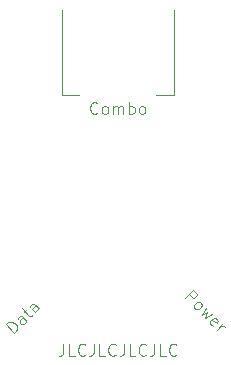
<source format=gbr>
%TF.GenerationSoftware,KiCad,Pcbnew,9.0.4*%
%TF.CreationDate,2025-08-24T11:28:45-04:00*%
%TF.ProjectId,usbc-data-splitter,75736263-2d64-4617-9461-2d73706c6974,rev?*%
%TF.SameCoordinates,Original*%
%TF.FileFunction,Legend,Top*%
%TF.FilePolarity,Positive*%
%FSLAX46Y46*%
G04 Gerber Fmt 4.6, Leading zero omitted, Abs format (unit mm)*
G04 Created by KiCad (PCBNEW 9.0.4) date 2025-08-24 11:28:45*
%MOMM*%
%LPD*%
G01*
G04 APERTURE LIST*
G04 Aperture macros list*
%AMHorizOval*
0 Thick line with rounded ends*
0 $1 width*
0 $2 $3 position (X,Y) of the first rounded end (center of the circle)*
0 $4 $5 position (X,Y) of the second rounded end (center of the circle)*
0 Add line between two ends*
20,1,$1,$2,$3,$4,$5,0*
0 Add two circle primitives to create the rounded ends*
1,1,$1,$2,$3*
1,1,$1,$4,$5*%
G04 Aperture macros list end*
%ADD10C,0.100000*%
%ADD11C,0.120000*%
%ADD12C,0.650000*%
%ADD13O,0.950000X0.650000*%
%ADD14R,0.300000X0.700000*%
%ADD15O,0.800000X1.400000*%
%ADD16HorizOval,0.650000X-0.106066X0.106066X0.106066X-0.106066X0*%
%ADD17HorizOval,0.800000X0.212132X0.212132X-0.212132X-0.212132X0*%
%ADD18HorizOval,0.650000X-0.106066X-0.106066X0.106066X0.106066X0*%
%ADD19HorizOval,0.800000X-0.212132X0.212132X0.212132X-0.212132X0*%
G04 APERTURE END LIST*
D10*
X125325312Y-95552180D02*
X125277693Y-95599800D01*
X125277693Y-95599800D02*
X125134836Y-95647419D01*
X125134836Y-95647419D02*
X125039598Y-95647419D01*
X125039598Y-95647419D02*
X124896741Y-95599800D01*
X124896741Y-95599800D02*
X124801503Y-95504561D01*
X124801503Y-95504561D02*
X124753884Y-95409323D01*
X124753884Y-95409323D02*
X124706265Y-95218847D01*
X124706265Y-95218847D02*
X124706265Y-95075990D01*
X124706265Y-95075990D02*
X124753884Y-94885514D01*
X124753884Y-94885514D02*
X124801503Y-94790276D01*
X124801503Y-94790276D02*
X124896741Y-94695038D01*
X124896741Y-94695038D02*
X125039598Y-94647419D01*
X125039598Y-94647419D02*
X125134836Y-94647419D01*
X125134836Y-94647419D02*
X125277693Y-94695038D01*
X125277693Y-94695038D02*
X125325312Y-94742657D01*
X125896741Y-95647419D02*
X125801503Y-95599800D01*
X125801503Y-95599800D02*
X125753884Y-95552180D01*
X125753884Y-95552180D02*
X125706265Y-95456942D01*
X125706265Y-95456942D02*
X125706265Y-95171228D01*
X125706265Y-95171228D02*
X125753884Y-95075990D01*
X125753884Y-95075990D02*
X125801503Y-95028371D01*
X125801503Y-95028371D02*
X125896741Y-94980752D01*
X125896741Y-94980752D02*
X126039598Y-94980752D01*
X126039598Y-94980752D02*
X126134836Y-95028371D01*
X126134836Y-95028371D02*
X126182455Y-95075990D01*
X126182455Y-95075990D02*
X126230074Y-95171228D01*
X126230074Y-95171228D02*
X126230074Y-95456942D01*
X126230074Y-95456942D02*
X126182455Y-95552180D01*
X126182455Y-95552180D02*
X126134836Y-95599800D01*
X126134836Y-95599800D02*
X126039598Y-95647419D01*
X126039598Y-95647419D02*
X125896741Y-95647419D01*
X126658646Y-95647419D02*
X126658646Y-94980752D01*
X126658646Y-95075990D02*
X126706265Y-95028371D01*
X126706265Y-95028371D02*
X126801503Y-94980752D01*
X126801503Y-94980752D02*
X126944360Y-94980752D01*
X126944360Y-94980752D02*
X127039598Y-95028371D01*
X127039598Y-95028371D02*
X127087217Y-95123609D01*
X127087217Y-95123609D02*
X127087217Y-95647419D01*
X127087217Y-95123609D02*
X127134836Y-95028371D01*
X127134836Y-95028371D02*
X127230074Y-94980752D01*
X127230074Y-94980752D02*
X127372931Y-94980752D01*
X127372931Y-94980752D02*
X127468170Y-95028371D01*
X127468170Y-95028371D02*
X127515789Y-95123609D01*
X127515789Y-95123609D02*
X127515789Y-95647419D01*
X127991979Y-95647419D02*
X127991979Y-94647419D01*
X127991979Y-95028371D02*
X128087217Y-94980752D01*
X128087217Y-94980752D02*
X128277693Y-94980752D01*
X128277693Y-94980752D02*
X128372931Y-95028371D01*
X128372931Y-95028371D02*
X128420550Y-95075990D01*
X128420550Y-95075990D02*
X128468169Y-95171228D01*
X128468169Y-95171228D02*
X128468169Y-95456942D01*
X128468169Y-95456942D02*
X128420550Y-95552180D01*
X128420550Y-95552180D02*
X128372931Y-95599800D01*
X128372931Y-95599800D02*
X128277693Y-95647419D01*
X128277693Y-95647419D02*
X128087217Y-95647419D01*
X128087217Y-95647419D02*
X127991979Y-95599800D01*
X129039598Y-95647419D02*
X128944360Y-95599800D01*
X128944360Y-95599800D02*
X128896741Y-95552180D01*
X128896741Y-95552180D02*
X128849122Y-95456942D01*
X128849122Y-95456942D02*
X128849122Y-95171228D01*
X128849122Y-95171228D02*
X128896741Y-95075990D01*
X128896741Y-95075990D02*
X128944360Y-95028371D01*
X128944360Y-95028371D02*
X129039598Y-94980752D01*
X129039598Y-94980752D02*
X129182455Y-94980752D01*
X129182455Y-94980752D02*
X129277693Y-95028371D01*
X129277693Y-95028371D02*
X129325312Y-95075990D01*
X129325312Y-95075990D02*
X129372931Y-95171228D01*
X129372931Y-95171228D02*
X129372931Y-95456942D01*
X129372931Y-95456942D02*
X129325312Y-95552180D01*
X129325312Y-95552180D02*
X129277693Y-95599800D01*
X129277693Y-95599800D02*
X129182455Y-95647419D01*
X129182455Y-95647419D02*
X129039598Y-95647419D01*
X122439598Y-115122419D02*
X122439598Y-115836704D01*
X122439598Y-115836704D02*
X122391979Y-115979561D01*
X122391979Y-115979561D02*
X122296741Y-116074800D01*
X122296741Y-116074800D02*
X122153884Y-116122419D01*
X122153884Y-116122419D02*
X122058646Y-116122419D01*
X123391979Y-116122419D02*
X122915789Y-116122419D01*
X122915789Y-116122419D02*
X122915789Y-115122419D01*
X124296741Y-116027180D02*
X124249122Y-116074800D01*
X124249122Y-116074800D02*
X124106265Y-116122419D01*
X124106265Y-116122419D02*
X124011027Y-116122419D01*
X124011027Y-116122419D02*
X123868170Y-116074800D01*
X123868170Y-116074800D02*
X123772932Y-115979561D01*
X123772932Y-115979561D02*
X123725313Y-115884323D01*
X123725313Y-115884323D02*
X123677694Y-115693847D01*
X123677694Y-115693847D02*
X123677694Y-115550990D01*
X123677694Y-115550990D02*
X123725313Y-115360514D01*
X123725313Y-115360514D02*
X123772932Y-115265276D01*
X123772932Y-115265276D02*
X123868170Y-115170038D01*
X123868170Y-115170038D02*
X124011027Y-115122419D01*
X124011027Y-115122419D02*
X124106265Y-115122419D01*
X124106265Y-115122419D02*
X124249122Y-115170038D01*
X124249122Y-115170038D02*
X124296741Y-115217657D01*
X125011027Y-115122419D02*
X125011027Y-115836704D01*
X125011027Y-115836704D02*
X124963408Y-115979561D01*
X124963408Y-115979561D02*
X124868170Y-116074800D01*
X124868170Y-116074800D02*
X124725313Y-116122419D01*
X124725313Y-116122419D02*
X124630075Y-116122419D01*
X125963408Y-116122419D02*
X125487218Y-116122419D01*
X125487218Y-116122419D02*
X125487218Y-115122419D01*
X126868170Y-116027180D02*
X126820551Y-116074800D01*
X126820551Y-116074800D02*
X126677694Y-116122419D01*
X126677694Y-116122419D02*
X126582456Y-116122419D01*
X126582456Y-116122419D02*
X126439599Y-116074800D01*
X126439599Y-116074800D02*
X126344361Y-115979561D01*
X126344361Y-115979561D02*
X126296742Y-115884323D01*
X126296742Y-115884323D02*
X126249123Y-115693847D01*
X126249123Y-115693847D02*
X126249123Y-115550990D01*
X126249123Y-115550990D02*
X126296742Y-115360514D01*
X126296742Y-115360514D02*
X126344361Y-115265276D01*
X126344361Y-115265276D02*
X126439599Y-115170038D01*
X126439599Y-115170038D02*
X126582456Y-115122419D01*
X126582456Y-115122419D02*
X126677694Y-115122419D01*
X126677694Y-115122419D02*
X126820551Y-115170038D01*
X126820551Y-115170038D02*
X126868170Y-115217657D01*
X127582456Y-115122419D02*
X127582456Y-115836704D01*
X127582456Y-115836704D02*
X127534837Y-115979561D01*
X127534837Y-115979561D02*
X127439599Y-116074800D01*
X127439599Y-116074800D02*
X127296742Y-116122419D01*
X127296742Y-116122419D02*
X127201504Y-116122419D01*
X128534837Y-116122419D02*
X128058647Y-116122419D01*
X128058647Y-116122419D02*
X128058647Y-115122419D01*
X129439599Y-116027180D02*
X129391980Y-116074800D01*
X129391980Y-116074800D02*
X129249123Y-116122419D01*
X129249123Y-116122419D02*
X129153885Y-116122419D01*
X129153885Y-116122419D02*
X129011028Y-116074800D01*
X129011028Y-116074800D02*
X128915790Y-115979561D01*
X128915790Y-115979561D02*
X128868171Y-115884323D01*
X128868171Y-115884323D02*
X128820552Y-115693847D01*
X128820552Y-115693847D02*
X128820552Y-115550990D01*
X128820552Y-115550990D02*
X128868171Y-115360514D01*
X128868171Y-115360514D02*
X128915790Y-115265276D01*
X128915790Y-115265276D02*
X129011028Y-115170038D01*
X129011028Y-115170038D02*
X129153885Y-115122419D01*
X129153885Y-115122419D02*
X129249123Y-115122419D01*
X129249123Y-115122419D02*
X129391980Y-115170038D01*
X129391980Y-115170038D02*
X129439599Y-115217657D01*
X130153885Y-115122419D02*
X130153885Y-115836704D01*
X130153885Y-115836704D02*
X130106266Y-115979561D01*
X130106266Y-115979561D02*
X130011028Y-116074800D01*
X130011028Y-116074800D02*
X129868171Y-116122419D01*
X129868171Y-116122419D02*
X129772933Y-116122419D01*
X131106266Y-116122419D02*
X130630076Y-116122419D01*
X130630076Y-116122419D02*
X130630076Y-115122419D01*
X132011028Y-116027180D02*
X131963409Y-116074800D01*
X131963409Y-116074800D02*
X131820552Y-116122419D01*
X131820552Y-116122419D02*
X131725314Y-116122419D01*
X131725314Y-116122419D02*
X131582457Y-116074800D01*
X131582457Y-116074800D02*
X131487219Y-115979561D01*
X131487219Y-115979561D02*
X131439600Y-115884323D01*
X131439600Y-115884323D02*
X131391981Y-115693847D01*
X131391981Y-115693847D02*
X131391981Y-115550990D01*
X131391981Y-115550990D02*
X131439600Y-115360514D01*
X131439600Y-115360514D02*
X131487219Y-115265276D01*
X131487219Y-115265276D02*
X131582457Y-115170038D01*
X131582457Y-115170038D02*
X131725314Y-115122419D01*
X131725314Y-115122419D02*
X131820552Y-115122419D01*
X131820552Y-115122419D02*
X131963409Y-115170038D01*
X131963409Y-115170038D02*
X132011028Y-115217657D01*
X132730091Y-111249665D02*
X133437198Y-110542558D01*
X133437198Y-110542558D02*
X133706572Y-110811932D01*
X133706572Y-110811932D02*
X133740244Y-110912947D01*
X133740244Y-110912947D02*
X133740244Y-110980291D01*
X133740244Y-110980291D02*
X133706572Y-111081306D01*
X133706572Y-111081306D02*
X133605557Y-111182321D01*
X133605557Y-111182321D02*
X133504542Y-111215993D01*
X133504542Y-111215993D02*
X133437198Y-111215993D01*
X133437198Y-111215993D02*
X133336183Y-111182321D01*
X133336183Y-111182321D02*
X133066809Y-110912947D01*
X133538213Y-112057787D02*
X133504542Y-111956772D01*
X133504542Y-111956772D02*
X133504542Y-111889428D01*
X133504542Y-111889428D02*
X133538213Y-111788413D01*
X133538213Y-111788413D02*
X133740244Y-111586382D01*
X133740244Y-111586382D02*
X133841259Y-111552711D01*
X133841259Y-111552711D02*
X133908603Y-111552711D01*
X133908603Y-111552711D02*
X134009618Y-111586382D01*
X134009618Y-111586382D02*
X134110633Y-111687398D01*
X134110633Y-111687398D02*
X134144305Y-111788413D01*
X134144305Y-111788413D02*
X134144305Y-111855756D01*
X134144305Y-111855756D02*
X134110633Y-111956772D01*
X134110633Y-111956772D02*
X133908603Y-112158802D01*
X133908603Y-112158802D02*
X133807588Y-112192474D01*
X133807588Y-112192474D02*
X133740244Y-112192474D01*
X133740244Y-112192474D02*
X133639229Y-112158802D01*
X133639229Y-112158802D02*
X133538213Y-112057787D01*
X134481023Y-112057787D02*
X134144305Y-112663878D01*
X134144305Y-112663878D02*
X134615710Y-112461848D01*
X134615710Y-112461848D02*
X134413679Y-112933252D01*
X134413679Y-112933252D02*
X135019771Y-112596535D01*
X135120786Y-113573016D02*
X135019771Y-113539344D01*
X135019771Y-113539344D02*
X134885084Y-113404657D01*
X134885084Y-113404657D02*
X134851412Y-113303642D01*
X134851412Y-113303642D02*
X134885084Y-113202626D01*
X134885084Y-113202626D02*
X135154458Y-112933252D01*
X135154458Y-112933252D02*
X135255473Y-112899581D01*
X135255473Y-112899581D02*
X135356488Y-112933252D01*
X135356488Y-112933252D02*
X135491175Y-113067939D01*
X135491175Y-113067939D02*
X135524847Y-113168955D01*
X135524847Y-113168955D02*
X135491175Y-113269970D01*
X135491175Y-113269970D02*
X135423832Y-113337313D01*
X135423832Y-113337313D02*
X135019771Y-113067939D01*
X135423832Y-113943405D02*
X135895236Y-113472000D01*
X135760549Y-113606687D02*
X135861564Y-113573016D01*
X135861564Y-113573016D02*
X135928908Y-113573016D01*
X135928908Y-113573016D02*
X136029923Y-113606687D01*
X136029923Y-113606687D02*
X136097267Y-113674031D01*
X118299665Y-114169908D02*
X117592558Y-113462801D01*
X117592558Y-113462801D02*
X117760917Y-113294442D01*
X117760917Y-113294442D02*
X117895604Y-113227098D01*
X117895604Y-113227098D02*
X118030291Y-113227098D01*
X118030291Y-113227098D02*
X118131306Y-113260770D01*
X118131306Y-113260770D02*
X118299665Y-113361786D01*
X118299665Y-113361786D02*
X118400680Y-113462801D01*
X118400680Y-113462801D02*
X118501695Y-113631160D01*
X118501695Y-113631160D02*
X118535367Y-113732175D01*
X118535367Y-113732175D02*
X118535367Y-113866862D01*
X118535367Y-113866862D02*
X118468024Y-114001549D01*
X118468024Y-114001549D02*
X118299665Y-114169908D01*
X119309817Y-113159755D02*
X118939428Y-112789366D01*
X118939428Y-112789366D02*
X118838413Y-112755694D01*
X118838413Y-112755694D02*
X118737398Y-112789366D01*
X118737398Y-112789366D02*
X118602711Y-112924053D01*
X118602711Y-112924053D02*
X118569039Y-113025068D01*
X119276146Y-113126083D02*
X119242474Y-113227098D01*
X119242474Y-113227098D02*
X119074115Y-113395457D01*
X119074115Y-113395457D02*
X118973100Y-113429129D01*
X118973100Y-113429129D02*
X118872085Y-113395457D01*
X118872085Y-113395457D02*
X118804741Y-113328114D01*
X118804741Y-113328114D02*
X118771069Y-113227098D01*
X118771069Y-113227098D02*
X118804741Y-113126083D01*
X118804741Y-113126083D02*
X118973100Y-112957724D01*
X118973100Y-112957724D02*
X119006772Y-112856709D01*
X119074115Y-112452648D02*
X119343489Y-112183274D01*
X118939428Y-112115931D02*
X119545520Y-112722022D01*
X119545520Y-112722022D02*
X119646535Y-112755694D01*
X119646535Y-112755694D02*
X119747550Y-112722022D01*
X119747550Y-112722022D02*
X119814894Y-112654679D01*
X120353642Y-112115930D02*
X119983253Y-111745541D01*
X119983253Y-111745541D02*
X119882237Y-111711869D01*
X119882237Y-111711869D02*
X119781222Y-111745541D01*
X119781222Y-111745541D02*
X119646535Y-111880228D01*
X119646535Y-111880228D02*
X119612863Y-111981243D01*
X120319970Y-112082259D02*
X120286298Y-112183274D01*
X120286298Y-112183274D02*
X120117940Y-112351633D01*
X120117940Y-112351633D02*
X120016924Y-112385304D01*
X120016924Y-112385304D02*
X119915909Y-112351633D01*
X119915909Y-112351633D02*
X119848566Y-112284289D01*
X119848566Y-112284289D02*
X119814894Y-112183274D01*
X119814894Y-112183274D02*
X119848566Y-112082259D01*
X119848566Y-112082259D02*
X120016924Y-111913900D01*
X120016924Y-111913900D02*
X120050596Y-111812885D01*
D11*
%TO.C,P1*%
X122300000Y-94070000D02*
X122300000Y-86810000D01*
X123800000Y-94069999D02*
X122300000Y-94070000D01*
X131800000Y-94070000D02*
X130300000Y-94069999D01*
X131800000Y-94070000D02*
X131800000Y-86810000D01*
%TD*%
%LPC*%
D12*
%TO.C,P1*%
X130650000Y-93060000D03*
D13*
X123450000Y-93060000D03*
D14*
X129800000Y-93720000D03*
X129300000Y-93720000D03*
X128800000Y-93720000D03*
X128300000Y-93720001D03*
X127800000Y-93720000D03*
X127300000Y-93720000D03*
X126800000Y-93720000D03*
X126300000Y-93720000D03*
X125800000Y-93720001D03*
X125300000Y-93720000D03*
X124800000Y-93720000D03*
X124300000Y-93720000D03*
D12*
X124250000Y-92410000D03*
X124650000Y-91710000D03*
X125450000Y-91710000D03*
X125850000Y-92410000D03*
X126250000Y-91710000D03*
X126650000Y-92410000D03*
X127450000Y-92410000D03*
X127850000Y-91710000D03*
X128250000Y-92410000D03*
X128650000Y-91710000D03*
X129450000Y-91710000D03*
X129850000Y-92410000D03*
D15*
X131540000Y-85860000D03*
X131180000Y-91810000D03*
X122920000Y-91810000D03*
X122560000Y-85860000D03*
%TD*%
D12*
%TO.C,J1*%
X120178570Y-108162599D03*
D16*
X115087401Y-103071430D03*
D12*
X115193467Y-104096735D03*
X114981335Y-104874552D03*
X115547021Y-105440238D03*
X116324838Y-105228106D03*
X116112706Y-106005923D03*
X116890523Y-105793791D03*
X117456209Y-106359477D03*
X117244077Y-107137294D03*
X118021894Y-106925162D03*
X117809762Y-107702979D03*
X118375448Y-108268665D03*
X119153265Y-108056533D03*
D17*
X115716726Y-113883093D03*
X119669453Y-109421249D03*
X113828751Y-103580547D03*
X109366907Y-107533274D03*
%TD*%
D12*
%TO.C,J2*%
X139012599Y-103071430D03*
D18*
X133921430Y-108162599D03*
D12*
X134946735Y-108056533D03*
X135724552Y-108268665D03*
X136290238Y-107702979D03*
X136078106Y-106925162D03*
X136855923Y-107137294D03*
X136643791Y-106359477D03*
X137209477Y-105793791D03*
X137987294Y-106005923D03*
X137775162Y-105228106D03*
X138552979Y-105440238D03*
X139118665Y-104874552D03*
X138906533Y-104096735D03*
D19*
X144733093Y-107533274D03*
X140271249Y-103580547D03*
X134430547Y-109421249D03*
X138383274Y-113883093D03*
%TD*%
%LPD*%
M02*

</source>
